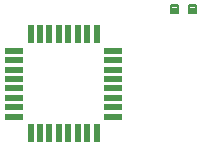
<source format=gbr>
G04 EAGLE Gerber RS-274X export*
G75*
%MOMM*%
%FSLAX34Y34*%
%LPD*%
%INSolderpaste Top*%
%IPPOS*%
%AMOC8*
5,1,8,0,0,1.08239X$1,22.5*%
G01*
%ADD10R,1.600000X0.550000*%
%ADD11R,0.550000X1.600000*%
%ADD12C,0.190500*%


D10*
X499000Y238700D03*
X499000Y246700D03*
X499000Y254700D03*
X499000Y262700D03*
X499000Y270700D03*
X499000Y278700D03*
X499000Y286700D03*
X499000Y294700D03*
D11*
X485200Y308500D03*
X477200Y308500D03*
X469200Y308500D03*
X461200Y308500D03*
X453200Y308500D03*
X445200Y308500D03*
X437200Y308500D03*
X429200Y308500D03*
D10*
X415400Y294700D03*
X415400Y286700D03*
X415400Y278700D03*
X415400Y270700D03*
X415400Y262700D03*
X415400Y254700D03*
X415400Y246700D03*
X415400Y238700D03*
D11*
X429200Y224900D03*
X437200Y224900D03*
X445200Y224900D03*
X453200Y224900D03*
X461200Y224900D03*
X469200Y224900D03*
X477200Y224900D03*
X485200Y224900D03*
D12*
X548322Y326707D02*
X554038Y326707D01*
X548322Y326707D02*
X548322Y333693D01*
X554038Y333693D01*
X554038Y326707D01*
X554038Y328517D02*
X548322Y328517D01*
X548322Y330327D02*
X554038Y330327D01*
X554038Y332137D02*
X548322Y332137D01*
X563562Y326707D02*
X569278Y326707D01*
X563562Y326707D02*
X563562Y333693D01*
X569278Y333693D01*
X569278Y326707D01*
X569278Y328517D02*
X563562Y328517D01*
X563562Y330327D02*
X569278Y330327D01*
X569278Y332137D02*
X563562Y332137D01*
M02*

</source>
